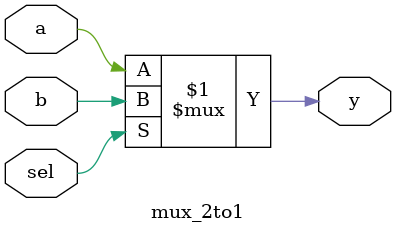
<source format=v>
module mux_2to1 (
    input wire a,
    input wire b,
    input wire sel,
    output wire y
);
    assign y = (sel) ? b : a;
endmodule

</source>
